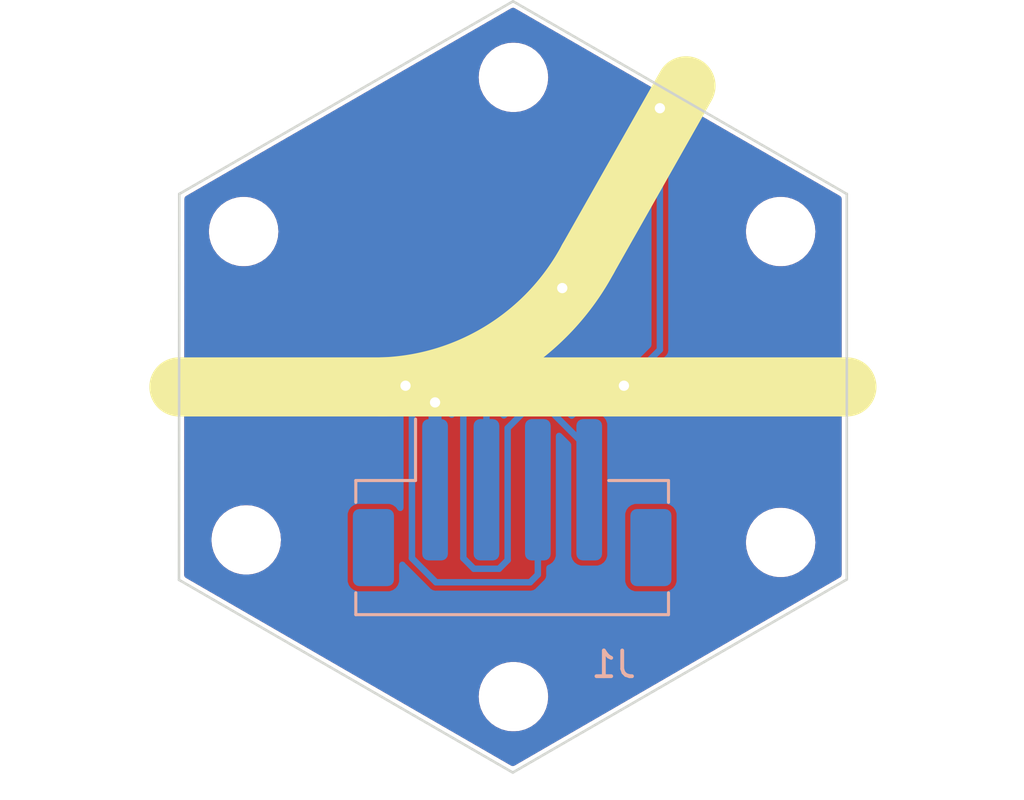
<source format=kicad_pcb>
(kicad_pcb (version 20211014) (generator pcbnew)
  (layers (0 "F.Cu" signal) (31 "B.Cu" signal) (34 "B.Paste" user) (35 "F.Paste" user) (36 "B.SilkS" user "B.Silkscreen") (37 "F.SilkS" user "F.Silkscreen") (38 "B.Mask" user) (39 "F.Mask" user) (44 "Edge.Cuts" user))
  (net 0 "")
  (net 1 "IO2")
  (net 2 "Net-(D1-Pad2)")
  (net 3 "GND")
  (net 4 "Net-(D2-Pad2)")
  (net 5 "Net-(D3-Pad2)")
  (net 6 "IO1")
  (net 7 "+5V")
  (footprint "MountingHole:MountingHole_2.2mm_M2" (layer "F.Cu") (at 161.2 91.6)
    (fp_text reference "REF**" hide)
    (fp_text value "MountingHole_2.2mm_M2")
    (pad "" np_thru_hole circle (at 0 0) (size 2.2 2.2) (drill 2.2) (layers *.Cu *.Mask))
  )
  (footprint "Resistor_SMD:R_0603_1608Metric_Pad0.98x0.95mm_HandSolder" (layer "F.Cu") (at 177.9125 97.6)
    (fp_text reference "R3" hide)
    (fp_text value "6k2")
    (fp_line (start -0.254724 -0.5225) (end 0.254724 -0.5225) (layer "F.SilkS") (width 0.12))
    (fp_line (start -0.254724 0.5225) (end 0.254724 0.5225) (layer "F.SilkS") (width 0.12))
    (pad "1" smd roundrect (at -0.9125 0) (size 0.975 0.95) (layers "F.Cu" "F.Paste" "F.Mask") (net 1 "IO2"))
    (pad "2" smd roundrect (at 0.9125 0) (size 0.975 0.95) (layers "F.Cu" "F.Paste" "F.Mask") (net 5 "Net-(D3-Pad2)"))
  )
  (footprint "LED_SMD:LED_0805_2012Metric_Pad1.15x1.40mm_HandSolder" (layer "F.Cu") (at 176.7 89 -120)
    (fp_text reference "D1" hide)
    (fp_text value "LED")
    (fp_line (start 1 -0.96) (end -1.86 -0.96) (layer "F.SilkS") (width 0.12))
    (fp_line (start -1.86 -0.96) (end -1.86 0.96) (layer "F.SilkS") (width 0.12))
    (fp_line (start -1.86 0.96) (end 1 0.96) (layer "F.SilkS") (width 0.12))
    (pad "1" smd roundrect (at -1.025 0 240) (size 1.15 1.4) (layers "F.Cu" "F.Paste" "F.Mask") (roundrect_rratio 0.217391) (net 1 "IO2"))
    (pad "2" smd roundrect (at 1.025 0 240) (size 1.15 1.4) (layers "F.Cu" "F.Paste" "F.Mask") (roundrect_rratio 0.217391) (net 2 "Net-(D1-Pad2)"))
  )
  (footprint "LED_SMD:LED_0805_2012Metric_Pad1.15x1.40mm_HandSolder" (layer "F.Cu") (at 181.679497 97.647002 180)
    (fp_text reference "D3" hide)
    (fp_text value "LED")
    (fp_line (start -1.86 0.96) (end 1 0.96) (layer "F.SilkS") (width 0.12))
    (fp_line (start 1 -0.96) (end -1.86 -0.96) (layer "F.SilkS") (width 0.12))
    (fp_line (start -1.86 -0.96) (end -1.86 0.96) (layer "F.SilkS") (width 0.12))
    (pad "1" smd roundrect (at -1.025 0 180) (size 1.15 1.4) (layers "F.Cu" "F.Paste" "F.Mask") (roundrect_rratio 0.217391) (net 3 "GND"))
    (pad "2" smd roundrect (at 1.025 0 180) (size 1.15 1.4) (layers "F.Cu" "F.Paste" "F.Mask") (roundrect_rratio 0.217391) (net 5 "Net-(D3-Pad2)"))
  )
  (footprint "MountingHole:MountingHole_2.2mm_M2" (layer "F.Cu") (at 182.1 91.6)
    (fp_text reference "REF**" hide)
    (fp_text value "MountingHole_2.2mm_M2")
    (pad "" np_thru_hole circle (at 0 0) (size 2.2 2.2) (drill 2.2) (layers *.Cu *.Mask))
  )
  (footprint "MountingHole:MountingHole_2.2mm_M2" (layer "F.Cu") (at 182.1 103.7)
    (fp_text reference "REF**" hide)
    (fp_text value "MountingHole_2.2mm_M2")
    (pad "" np_thru_hole circle (at 0 0) (size 2.2 2.2) (drill 2.2) (layers *.Cu *.Mask))
  )
  (footprint "Resistor_SMD:R_0603_1608Metric_Pad0.98x0.95mm_HandSolder" (layer "F.Cu") (at 174.9 92.1 60)
    (fp_text reference "R1" hide)
    (fp_text value "6k2")
    (fp_line (start -0.254724 0.5225) (end 0.254724 0.5225) (layer "F.SilkS") (width 0.12))
    (fp_line (start -0.254724 -0.5225) (end 0.254724 -0.5225) (layer "F.SilkS") (width 0.12))
    (pad "1" smd roundrect (at -0.9125 0 60) (size 0.975 0.95) (layers "F.Cu" "F.Paste" "F.Mask") (net 7 "+5V"))
    (pad "2" smd roundrect (at 0.9125 0 60) (size 0.975 0.95) (layers "F.Cu" "F.Paste" "F.Mask") (net 2 "Net-(D1-Pad2)"))
  )
  (footprint "MountingHole:MountingHole_2.2mm_M2" (layer "F.Cu") (at 161.3 103.6)
    (fp_text reference "REF**" hide)
    (fp_text value "MountingHole_2.2mm_M2")
    (pad "" np_thru_hole circle (at 0 0) (size 2.2 2.2) (drill 2.2) (layers *.Cu *.Mask))
  )
  (footprint "LED_SMD:LED_0805_2012Metric_Pad1.15x1.40mm_HandSolder" (layer "F.Cu") (at 161.679497 97.647002)
    (fp_text reference "D2" hide)
    (fp_text value "LED")
    (fp_line (start -1.86 0.96) (end 1 0.96) (layer "F.SilkS") (width 0.12))
    (fp_line (start 1 -0.96) (end -1.86 -0.96) (layer "F.SilkS") (width 0.12))
    (fp_line (start -1.86 -0.96) (end -1.86 0.96) (layer "F.SilkS") (width 0.12))
    (pad "1" smd roundrect (at -1.025 0) (size 1.15 1.4) (layers "F.Cu" "F.Paste" "F.Mask") (roundrect_rratio 0.217391) (net 3 "GND"))
    (pad "2" smd roundrect (at 1.025 0) (size 1.15 1.4) (layers "F.Cu" "F.Paste" "F.Mask") (roundrect_rratio 0.217391) (net 4 "Net-(D2-Pad2)"))
  )
  (footprint "MountingHole:MountingHole_2.2mm_M2" (layer "F.Cu") (at 171.7 109.7)
    (fp_text reference "REF**" hide)
    (fp_text value "MountingHole_2.2mm_M2")
    (pad "" np_thru_hole circle (at 0 0) (size 2.2 2.2) (drill 2.2) (layers *.Cu *.Mask))
  )
  (footprint "Resistor_SMD:R_0603_1608Metric_Pad0.98x0.95mm_HandSolder" (layer "F.Cu") (at 165.5 97.6 180)
    (fp_text reference "R2" hide)
    (fp_text value "6k2")
    (fp_line (start -0.254724 -0.5225) (end 0.254724 -0.5225) (layer "F.SilkS") (width 0.12))
    (fp_line (start -0.254724 0.5225) (end 0.254724 0.5225) (layer "F.SilkS") (width 0.12))
    (pad "1" smd roundrect (at -0.9125 0 180) (size 0.975 0.95) (layers "F.Cu" "F.Paste" "F.Mask") (net 6 "IO1"))
    (pad "2" smd roundrect (at 0.9125 0 180) (size 0.975 0.95) (layers "F.Cu" "F.Paste" "F.Mask") (net 4 "Net-(D2-Pad2)"))
  )
  (footprint "MountingHole:MountingHole_2.2mm_M2" (layer "F.Cu") (at 171.7 85.6)
    (fp_text reference "REF**" hide)
    (fp_text value "MountingHole_2.2mm_M2")
    (pad "" np_thru_hole circle (at 0 0) (size 2.2 2.2) (drill 2.2) (layers *.Cu *.Mask))
  )
  (footprint "Connector_JST:JST_PH_B4B-PH-SM4-TB_1x04-1MP_P2.00mm_Vertical" (layer "B.Cu") (at 171.65 102.15)
    (fp_text reference "J1" (at 3.95 6.3) (layer "B.SilkS") (effects (justify mirror)))
    (fp_text value "Conn_01x04_Male")
    (fp_line (start 6.085 -0.01) (end 6.085 -0.86) (layer "B.SilkS") (width 0.12))
    (fp_line (start 6.085 -0.86) (end 3.76 -0.86) (layer "B.SilkS") (width 0.12))
    (fp_line (start -6.085 -0.86) (end -3.76 -0.86) (layer "B.SilkS") (width 0.12))
    (fp_line (start -3.76 -0.86) (end -3.76 -3.25) (layer "B.SilkS") (width 0.12))
    (fp_line (start -6.085 -0.01) (end -6.085 -0.86) (layer "B.SilkS") (width 0.12))
    (fp_line (start 6.085 4.36) (end 6.085 3.51) (layer "B.SilkS") (width 0.12))
    (fp_line (start -6.085 3.51) (end -6.085 4.36) (layer "B.SilkS") (width 0.12))
    (fp_line (start -6.085 4.36) (end 6.085 4.36) (layer "B.SilkS") (width 0.12))
    (pad "1" smd roundrect (at -3 -0.5) (size 1 5.5) (layers "B.Cu" "B.Paste" "B.Mask") (net 3 "GND"))
    (pad "2" smd roundrect (at -1 -0.5) (size 1 5.5) (layers "B.Cu" "B.Paste" "B.Mask") (net 1 "IO2"))
    (pad "3" smd roundrect (at 1 -0.5) (size 1 5.5) (layers "B.Cu" "B.Paste" "B.Mask") (net 6 "IO1"))
    (pad "4" smd roundrect (at 3 -0.5) (size 1 5.5) (layers "B.Cu" "B.Paste" "B.Mask") (net 7 "+5V"))
    (pad "MP" smd roundrect (at -5.4 1.75) (size 1.6 3) (layers "B.Cu" "B.Paste" "B.Mask") (roundrect_rratio 0.15625))
    (pad "MP" smd roundrect (at 5.4 1.75) (size 1.6 3) (layers "B.Cu" "B.Paste" "B.Mask") (roundrect_rratio 0.15625))
  )
  (gr_arc (start 174.6 92.667734) (mid 171.258765 96.231397) (end 166.583339 97.647002) (layer "F.SilkS") (width 2.3))
  (gr_line (start 158.679497 97.647002) (end 184.679497 97.647002) (layer "F.SilkS") (width 2.3))
  (gr_line (start 174.6 92.667734) (end 178.416982 85.926606) (layer "F.SilkS") (width 2.3))
  (gr_line (start 158.684306 105.155332) (end 171.674688 112.655332) (layer "Edge.Cuts") (width 0.1))
  (gr_line (start 171.674688 112.655332) (end 184.674688 105.138672) (layer "Edge.Cuts") (width 0.1))
  (gr_line (start 158.693925 90.138672) (end 158.684306 105.155332) (layer "Edge.Cuts") (width 0.1))
  (gr_line (start 184.674688 105.138672) (end 184.674688 90.138672) (layer "Edge.Cuts") (width 0.1))
  (gr_line (start 171.684306 82.638672) (end 158.693925 90.138672) (layer "Edge.Cuts") (width 0.1))
  (gr_line (start 184.674688 90.138672) (end 171.684306 82.638672) (layer "Edge.Cuts") (width 0.1))
  (segment (start 177.4 86.8) (end 177.4 87.449648) (width 0.25) (layer "F.Cu") (net 1))
  (segment (start 176 97.6) (end 177 97.6) (width 0.25) (layer "F.Cu") (net 1))
  (segment (start 177.4 87.449648) (end 176.925 87.924648) (width 0.25) (layer "F.Cu") (net 1))
  (via (at 177.4 86.8) (size 0.8) (drill 0.4) (layers "F.Cu" "B.Cu") (net 1))
  (via (at 176 97.6) (size 0.8) (drill 0.4) (layers "F.Cu" "B.Cu") (net 1))
  (segment (start 177.4 96.2) (end 177.4 86.8) (width 0.25) (layer "B.Cu") (net 1))
  (segment (start 170.65 98.15) (end 171.2 97.6) (width 0.25) (layer "B.Cu") (net 1))
  (segment (start 176 97.6) (end 177.4 96.2) (width 0.25) (layer "B.Cu") (net 1))
  (segment (start 170.65 101.65) (end 170.65 98.15) (width 0.25) (layer "B.Cu") (net 1))
  (segment (start 171.2 97.6) (end 176 97.6) (width 0.25) (layer "B.Cu") (net 1))
  (segment (start 175.9 90.442988) (end 175.169718 91.17327) (width 0.25) (layer "F.Cu") (net 2))
  (segment (start 175.9 89.7) (end 175.9 90.442988) (width 0.25) (layer "F.Cu") (net 2))
  (via (at 168.65 98.25) (size 0.8) (drill 0.4) (layers "F.Cu" "B.Cu") (net 3))
  (segment (start 168.65 101.65) (end 168.65 98.25) (width 0.25) (layer "B.Cu") (net 3))
  (segment (start 164.5875 97.6) (end 162.751499 97.6) (width 0.25) (layer "F.Cu") (net 4))
  (segment (start 162.751499 97.6) (end 162.704497 97.647002) (width 0.25) (layer "F.Cu") (net 4))
  (segment (start 178.872002 97.647002) (end 178.825 97.6) (width 0.25) (layer "F.Cu") (net 5))
  (segment (start 180.654497 97.647002) (end 178.872002 97.647002) (width 0.25) (layer "F.Cu") (net 5))
  (segment (start 167.5 97.6) (end 166.4125 97.6) (width 0.25) (layer "F.Cu") (net 6))
  (via (at 167.5 97.6) (size 0.8) (drill 0.4) (layers "F.Cu" "B.Cu") (net 6))
  (segment (start 168.687507 105.25) (end 167.75 104.312493) (width 0.25) (layer "B.Cu") (net 6))
  (segment (start 172.65 101.65) (end 172.65 104.95) (width 0.25) (layer "B.Cu") (net 6))
  (segment (start 172.35 105.25) (end 168.687507 105.25) (width 0.25) (layer "B.Cu") (net 6))
  (segment (start 172.65 104.95) (end 172.35 105.25) (width 0.25) (layer "B.Cu") (net 6))
  (segment (start 167.75 97.85) (end 167.5 97.6) (width 0.25) (layer "B.Cu") (net 6))
  (segment (start 167.75 104.312493) (end 167.75 97.85) (width 0.25) (layer "B.Cu") (net 6))
  (segment (start 174.257218 93.142782) (end 173.6 93.8) (width 0.25) (layer "F.Cu") (net 7))
  (segment (start 174.257218 92.753766) (end 174.257218 93.142782) (width 0.25) (layer "F.Cu") (net 7))
  (via (at 173.6 93.8) (size 0.8) (drill 0.4) (layers "F.Cu" "B.Cu") (net 7))
  (segment (start 171.137973 104.72452) (end 170.162027 104.72452) (width 0.25) (layer "B.Cu") (net 7))
  (segment (start 174.65 100.087507) (end 173.137973 98.57548) (width 0.25) (layer "B.Cu") (net 7))
  (segment (start 169.75 104.312493) (end 169.75 97.65) (width 0.25) (layer "B.Cu") (net 7))
  (segment (start 174.65 101.65) (end 174.65 100.087507) (width 0.25) (layer "B.Cu") (net 7))
  (segment (start 171.47452 104.387973) (end 171.137973 104.72452) (width 0.25) (layer "B.Cu") (net 7))
  (segment (start 169.75 97.65) (end 173.6 93.8) (width 0.25) (layer "B.Cu") (net 7))
  (segment (start 172.14904 98.57548) (end 171.47452 99.25) (width 0.25) (layer "B.Cu") (net 7))
  (segment (start 173.137973 98.57548) (end 172.14904 98.57548) (width 0.25) (layer "B.Cu") (net 7))
  (segment (start 170.162027 104.72452) (end 169.75 104.312493) (width 0.25) (layer "B.Cu") (net 7))
  (segment (start 171.47452 99.25) (end 171.47452 104.387973) (width 0.25) (layer "B.Cu") (net 7))
  (zone (net 3) (net_name "GND") (layers F&B.Cu) (connect_pads (clearance 0.2)) (min_thickness 0.254) (fill yes (thermal_gap 0.2) (thermal_bridge_width 0.508))
    (polygon (pts (xy 184.65 90.25) (xy 184.65 105.15) (xy 171.75 112.6) (xy 158.85 105.15) (xy 158.8 90.25) (xy 171.75 82.8)))
  )
)
</source>
